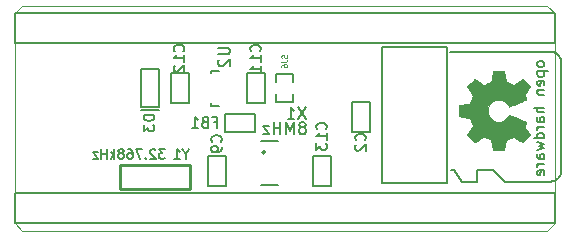
<source format=gbo>
G04 #@! TF.FileFunction,Legend,Bot*
%FSLAX46Y46*%
G04 Gerber Fmt 4.6, Leading zero omitted, Abs format (unit mm)*
G04 Created by KiCad (PCBNEW 4.0.0-stable) date 03/01/2016 13:37:16*
%MOMM*%
G01*
G04 APERTURE LIST*
%ADD10C,0.150000*%
%ADD11C,0.101600*%
%ADD12C,0.149860*%
%ADD13C,0.002540*%
%ADD14C,0.127000*%
%ADD15C,0.254000*%
%ADD16C,0.114300*%
%ADD17C,0.200000*%
G04 APERTURE END LIST*
D10*
D11*
X635000Y0D02*
X45085000Y0D01*
X635000Y19050000D02*
X45085000Y19050000D01*
X45720000Y635000D02*
X45085000Y0D01*
X45720000Y18415000D02*
X45720000Y635000D01*
X45085000Y19050000D02*
X45720000Y18415000D01*
X0Y18415000D02*
X635000Y19050000D01*
X0Y635000D02*
X0Y18415000D01*
X635000Y0D02*
X0Y635000D01*
D12*
X44856763Y14170661D02*
X44813946Y14256295D01*
X44771129Y14299112D01*
X44685494Y14341929D01*
X44428591Y14341929D01*
X44342957Y14299112D01*
X44300140Y14256295D01*
X44257323Y14170661D01*
X44257323Y14042209D01*
X44300140Y13956575D01*
X44342957Y13913758D01*
X44428591Y13870941D01*
X44685494Y13870941D01*
X44771129Y13913758D01*
X44813946Y13956575D01*
X44856763Y14042209D01*
X44856763Y14170661D01*
X44257323Y13485586D02*
X45156483Y13485586D01*
X44300140Y13485586D02*
X44257323Y13399952D01*
X44257323Y13228683D01*
X44300140Y13143049D01*
X44342957Y13100232D01*
X44428591Y13057415D01*
X44685494Y13057415D01*
X44771129Y13100232D01*
X44813946Y13143049D01*
X44856763Y13228683D01*
X44856763Y13399952D01*
X44813946Y13485586D01*
X44813946Y12329523D02*
X44856763Y12415157D01*
X44856763Y12586426D01*
X44813946Y12672060D01*
X44728311Y12714877D01*
X44385774Y12714877D01*
X44300140Y12672060D01*
X44257323Y12586426D01*
X44257323Y12415157D01*
X44300140Y12329523D01*
X44385774Y12286706D01*
X44471409Y12286706D01*
X44557043Y12714877D01*
X44257323Y11901351D02*
X44856763Y11901351D01*
X44342957Y11901351D02*
X44300140Y11858534D01*
X44257323Y11772900D01*
X44257323Y11644448D01*
X44300140Y11558814D01*
X44385774Y11515997D01*
X44856763Y11515997D01*
X44856763Y10402751D02*
X43957603Y10402751D01*
X44856763Y10017397D02*
X44385774Y10017397D01*
X44300140Y10060214D01*
X44257323Y10145848D01*
X44257323Y10274300D01*
X44300140Y10359934D01*
X44342957Y10402751D01*
X44856763Y9203871D02*
X44385774Y9203871D01*
X44300140Y9246688D01*
X44257323Y9332322D01*
X44257323Y9503591D01*
X44300140Y9589225D01*
X44813946Y9203871D02*
X44856763Y9289505D01*
X44856763Y9503591D01*
X44813946Y9589225D01*
X44728311Y9632042D01*
X44642677Y9632042D01*
X44557043Y9589225D01*
X44514226Y9503591D01*
X44514226Y9289505D01*
X44471409Y9203871D01*
X44856763Y8775699D02*
X44257323Y8775699D01*
X44428591Y8775699D02*
X44342957Y8732882D01*
X44300140Y8690065D01*
X44257323Y8604431D01*
X44257323Y8518796D01*
X44856763Y7833722D02*
X43957603Y7833722D01*
X44813946Y7833722D02*
X44856763Y7919356D01*
X44856763Y8090625D01*
X44813946Y8176259D01*
X44771129Y8219076D01*
X44685494Y8261893D01*
X44428591Y8261893D01*
X44342957Y8219076D01*
X44300140Y8176259D01*
X44257323Y8090625D01*
X44257323Y7919356D01*
X44300140Y7833722D01*
X44257323Y7491185D02*
X44856763Y7319916D01*
X44428591Y7148647D01*
X44856763Y6977379D01*
X44257323Y6806110D01*
X44856763Y6078219D02*
X44385774Y6078219D01*
X44300140Y6121036D01*
X44257323Y6206670D01*
X44257323Y6377939D01*
X44300140Y6463573D01*
X44813946Y6078219D02*
X44856763Y6163853D01*
X44856763Y6377939D01*
X44813946Y6463573D01*
X44728311Y6506390D01*
X44642677Y6506390D01*
X44557043Y6463573D01*
X44514226Y6377939D01*
X44514226Y6163853D01*
X44471409Y6078219D01*
X44856763Y5650047D02*
X44257323Y5650047D01*
X44428591Y5650047D02*
X44342957Y5607230D01*
X44300140Y5564413D01*
X44257323Y5478779D01*
X44257323Y5393144D01*
X44813946Y4750887D02*
X44856763Y4836521D01*
X44856763Y5007790D01*
X44813946Y5093424D01*
X44728311Y5136241D01*
X44385774Y5136241D01*
X44300140Y5093424D01*
X44257323Y5007790D01*
X44257323Y4836521D01*
X44300140Y4750887D01*
X44385774Y4708070D01*
X44471409Y4708070D01*
X44557043Y5136241D01*
X28575000Y10922000D02*
X28575000Y8382000D01*
X28575000Y8382000D02*
X30099000Y8382000D01*
X30099000Y8382000D02*
X30099000Y10922000D01*
X30099000Y10922000D02*
X28575000Y10922000D01*
X16383000Y6350000D02*
X16383000Y3810000D01*
X16383000Y3810000D02*
X17907000Y3810000D01*
X17907000Y3810000D02*
X17907000Y6350000D01*
X17907000Y6350000D02*
X16383000Y6350000D01*
X21209000Y10795000D02*
X21209000Y13335000D01*
X21209000Y13335000D02*
X19685000Y13335000D01*
X19685000Y13335000D02*
X19685000Y10795000D01*
X19685000Y10795000D02*
X21209000Y10795000D01*
X14732000Y10795000D02*
X14732000Y13335000D01*
X14732000Y13335000D02*
X13208000Y13335000D01*
X13208000Y13335000D02*
X13208000Y10795000D01*
X13208000Y10795000D02*
X14732000Y10795000D01*
X26797000Y3810000D02*
X26797000Y6350000D01*
X26797000Y6350000D02*
X25273000Y6350000D01*
X25273000Y6350000D02*
X25273000Y3810000D01*
X25273000Y3810000D02*
X26797000Y3810000D01*
X12192000Y10223500D02*
X10668000Y10223500D01*
X12192000Y10477500D02*
X12192000Y13652500D01*
X12192000Y13652500D02*
X10668000Y13652500D01*
X10668000Y13652500D02*
X10668000Y10477500D01*
X10668000Y10477500D02*
X12192000Y10477500D01*
X20320000Y9906000D02*
X17780000Y9906000D01*
X17780000Y9906000D02*
X17780000Y8382000D01*
X17780000Y8382000D02*
X20320000Y8382000D01*
X20320000Y8382000D02*
X20320000Y9906000D01*
D13*
G36*
X43639740Y12184380D02*
X43619420Y12148820D01*
X43571160Y12070080D01*
X43497500Y11958320D01*
X43411140Y11826240D01*
X43319700Y11694160D01*
X43248580Y11584940D01*
X43197780Y11508740D01*
X43180000Y11478260D01*
X43187620Y11460480D01*
X43218100Y11396980D01*
X43263820Y11308080D01*
X43291760Y11254740D01*
X43327320Y11170920D01*
X43334940Y11127740D01*
X43324780Y11122660D01*
X43261280Y11092180D01*
X43152060Y11043920D01*
X43007280Y10980420D01*
X42837100Y10906760D01*
X42654220Y10830560D01*
X42468800Y10751820D01*
X42291000Y10678160D01*
X42130980Y10614660D01*
X41998900Y10561320D01*
X41910000Y10525760D01*
X41871900Y10513060D01*
X41861740Y10518140D01*
X41821100Y10558780D01*
X41767760Y10632440D01*
X41638220Y10789920D01*
X41445180Y10947400D01*
X41224200Y11041380D01*
X40977820Y11074400D01*
X40749220Y11046460D01*
X40530780Y10957560D01*
X40335200Y10805160D01*
X40187880Y10619740D01*
X40096440Y10403840D01*
X40065960Y10160000D01*
X40091360Y9928860D01*
X40180260Y9705340D01*
X40330120Y9507220D01*
X40426640Y9423400D01*
X40624760Y9309100D01*
X40838120Y9245600D01*
X40894000Y9237980D01*
X41127680Y9248140D01*
X41351200Y9316720D01*
X41551860Y9441180D01*
X41716960Y9611360D01*
X41732200Y9634220D01*
X41793160Y9712960D01*
X41833800Y9766300D01*
X41866820Y9809480D01*
X42585640Y9509760D01*
X42699940Y9461500D01*
X42898060Y9380220D01*
X43065700Y9309100D01*
X43200320Y9250680D01*
X43291760Y9210040D01*
X43327320Y9192260D01*
X43329860Y9192260D01*
X43334940Y9164320D01*
X43314620Y9110980D01*
X43266360Y9009380D01*
X43230800Y8943340D01*
X43195240Y8867140D01*
X43180000Y8831580D01*
X43197780Y8803640D01*
X43243500Y8729980D01*
X43314620Y8623300D01*
X43403520Y8493760D01*
X43487340Y8371840D01*
X43561000Y8260080D01*
X43614340Y8178800D01*
X43634660Y8138160D01*
X43634660Y8133080D01*
X43614340Y8097520D01*
X43561000Y8031480D01*
X43469560Y7934960D01*
X43332400Y7795260D01*
X43309540Y7774940D01*
X43195240Y7660640D01*
X43098720Y7569200D01*
X43027600Y7505700D01*
X42997120Y7482840D01*
X42997120Y7482840D01*
X42959020Y7503160D01*
X42875200Y7556500D01*
X42760900Y7630160D01*
X42628820Y7721600D01*
X42283380Y7960360D01*
X41955720Y7828280D01*
X41856660Y7787640D01*
X41734740Y7736840D01*
X41648380Y7698740D01*
X41610280Y7680960D01*
X41597580Y7645400D01*
X41577260Y7556500D01*
X41549320Y7426960D01*
X41521380Y7272020D01*
X41493440Y7124700D01*
X41468040Y6992620D01*
X41450260Y6896100D01*
X41442640Y6852920D01*
X41435020Y6842760D01*
X41414700Y6832600D01*
X41368980Y6827520D01*
X41287700Y6824980D01*
X41160700Y6822440D01*
X40977820Y6822440D01*
X40957500Y6822440D01*
X40782240Y6824980D01*
X40642540Y6827520D01*
X40551100Y6832600D01*
X40515540Y6837680D01*
X40515540Y6837680D01*
X40505380Y6880860D01*
X40485060Y6974840D01*
X40459660Y7106920D01*
X40429180Y7264400D01*
X40426640Y7274560D01*
X40396160Y7432040D01*
X40368220Y7566660D01*
X40347900Y7658100D01*
X40335200Y7696200D01*
X40325040Y7706360D01*
X40261540Y7736840D01*
X40165020Y7782560D01*
X40045640Y7835900D01*
X39921180Y7886700D01*
X39809420Y7929880D01*
X39725600Y7960360D01*
X39687500Y7970520D01*
X39687500Y7970520D01*
X39649400Y7945120D01*
X39568120Y7891780D01*
X39453820Y7815580D01*
X39319200Y7721600D01*
X39309040Y7716520D01*
X39176960Y7625080D01*
X39062660Y7551420D01*
X38981380Y7503160D01*
X38945820Y7482840D01*
X38943280Y7485380D01*
X38905180Y7513320D01*
X38828980Y7581900D01*
X38727380Y7678420D01*
X38608000Y7795260D01*
X38572440Y7833360D01*
X38445440Y7962900D01*
X38361620Y8054340D01*
X38318440Y8110220D01*
X38308280Y8135620D01*
X38308280Y8138160D01*
X38333680Y8178800D01*
X38389560Y8262620D01*
X38465760Y8376920D01*
X38557200Y8511540D01*
X38564820Y8521700D01*
X38656260Y8653780D01*
X38729920Y8765540D01*
X38783260Y8844280D01*
X38803580Y8879840D01*
X38803580Y8884920D01*
X38788340Y8940800D01*
X38755320Y9034780D01*
X38709600Y9151620D01*
X38658800Y9276080D01*
X38613080Y9387840D01*
X38574980Y9471660D01*
X38552120Y9509760D01*
X38549580Y9512300D01*
X38501320Y9525000D01*
X38402260Y9547860D01*
X38265100Y9578340D01*
X38100000Y9608820D01*
X38074600Y9613900D01*
X37914580Y9644380D01*
X37785040Y9669780D01*
X37693600Y9687560D01*
X37655500Y9697720D01*
X37650420Y9720580D01*
X37645340Y9796780D01*
X37642800Y9916160D01*
X37640260Y10058400D01*
X37640260Y10210800D01*
X37645340Y10358120D01*
X37647880Y10482580D01*
X37655500Y10574020D01*
X37663120Y10612120D01*
X37665660Y10612120D01*
X37713920Y10627360D01*
X37812980Y10647680D01*
X37952680Y10675620D01*
X38115240Y10708640D01*
X38145720Y10713720D01*
X38303200Y10744200D01*
X38432740Y10769600D01*
X38524180Y10789920D01*
X38559740Y10800080D01*
X38567360Y10812780D01*
X38595300Y10878820D01*
X38638480Y10985500D01*
X38691820Y11117580D01*
X38816280Y11422380D01*
X38559740Y11798300D01*
X38536880Y11831320D01*
X38442900Y11965940D01*
X38369240Y12077700D01*
X38320980Y12153900D01*
X38303200Y12186920D01*
X38303200Y12189460D01*
X38336220Y12227560D01*
X38404800Y12301220D01*
X38503860Y12402820D01*
X38623240Y12519660D01*
X38709600Y12608560D01*
X38813740Y12710160D01*
X38884860Y12776200D01*
X38930580Y12811760D01*
X38958520Y12824460D01*
X38976300Y12821920D01*
X39014400Y12796520D01*
X39098220Y12743180D01*
X39209980Y12664440D01*
X39344600Y12573000D01*
X39453820Y12499340D01*
X39580820Y12418060D01*
X39669720Y12364720D01*
X39712900Y12346940D01*
X39733220Y12352020D01*
X39804340Y12377420D01*
X39916100Y12420600D01*
X40048180Y12479020D01*
X40345360Y12608560D01*
X40383460Y12801600D01*
X40403780Y12920980D01*
X40436800Y13086080D01*
X40467280Y13243560D01*
X40515540Y13489940D01*
X41419780Y13497560D01*
X41435020Y13459460D01*
X41445180Y13423900D01*
X41465500Y13332460D01*
X41490900Y13202920D01*
X41518840Y13047980D01*
X41544240Y12918440D01*
X41569640Y12786360D01*
X41587420Y12689840D01*
X41597580Y12649200D01*
X41610280Y12639040D01*
X41673780Y12606020D01*
X41775380Y12557760D01*
X41897300Y12506960D01*
X42024300Y12453620D01*
X42141140Y12407900D01*
X42230040Y12374880D01*
X42278300Y12362180D01*
X42311320Y12379960D01*
X42390060Y12430760D01*
X42499280Y12501880D01*
X42631360Y12593320D01*
X42760900Y12682220D01*
X42875200Y12758420D01*
X42953940Y12809220D01*
X42992040Y12832080D01*
X43017440Y12821920D01*
X43080940Y12768580D01*
X43182540Y12669520D01*
X43327320Y12522200D01*
X43350180Y12499340D01*
X43464480Y12382500D01*
X43555920Y12283440D01*
X43616880Y12214860D01*
X43639740Y12184380D01*
X43639740Y12184380D01*
G37*
X43639740Y12184380D02*
X43619420Y12148820D01*
X43571160Y12070080D01*
X43497500Y11958320D01*
X43411140Y11826240D01*
X43319700Y11694160D01*
X43248580Y11584940D01*
X43197780Y11508740D01*
X43180000Y11478260D01*
X43187620Y11460480D01*
X43218100Y11396980D01*
X43263820Y11308080D01*
X43291760Y11254740D01*
X43327320Y11170920D01*
X43334940Y11127740D01*
X43324780Y11122660D01*
X43261280Y11092180D01*
X43152060Y11043920D01*
X43007280Y10980420D01*
X42837100Y10906760D01*
X42654220Y10830560D01*
X42468800Y10751820D01*
X42291000Y10678160D01*
X42130980Y10614660D01*
X41998900Y10561320D01*
X41910000Y10525760D01*
X41871900Y10513060D01*
X41861740Y10518140D01*
X41821100Y10558780D01*
X41767760Y10632440D01*
X41638220Y10789920D01*
X41445180Y10947400D01*
X41224200Y11041380D01*
X40977820Y11074400D01*
X40749220Y11046460D01*
X40530780Y10957560D01*
X40335200Y10805160D01*
X40187880Y10619740D01*
X40096440Y10403840D01*
X40065960Y10160000D01*
X40091360Y9928860D01*
X40180260Y9705340D01*
X40330120Y9507220D01*
X40426640Y9423400D01*
X40624760Y9309100D01*
X40838120Y9245600D01*
X40894000Y9237980D01*
X41127680Y9248140D01*
X41351200Y9316720D01*
X41551860Y9441180D01*
X41716960Y9611360D01*
X41732200Y9634220D01*
X41793160Y9712960D01*
X41833800Y9766300D01*
X41866820Y9809480D01*
X42585640Y9509760D01*
X42699940Y9461500D01*
X42898060Y9380220D01*
X43065700Y9309100D01*
X43200320Y9250680D01*
X43291760Y9210040D01*
X43327320Y9192260D01*
X43329860Y9192260D01*
X43334940Y9164320D01*
X43314620Y9110980D01*
X43266360Y9009380D01*
X43230800Y8943340D01*
X43195240Y8867140D01*
X43180000Y8831580D01*
X43197780Y8803640D01*
X43243500Y8729980D01*
X43314620Y8623300D01*
X43403520Y8493760D01*
X43487340Y8371840D01*
X43561000Y8260080D01*
X43614340Y8178800D01*
X43634660Y8138160D01*
X43634660Y8133080D01*
X43614340Y8097520D01*
X43561000Y8031480D01*
X43469560Y7934960D01*
X43332400Y7795260D01*
X43309540Y7774940D01*
X43195240Y7660640D01*
X43098720Y7569200D01*
X43027600Y7505700D01*
X42997120Y7482840D01*
X42997120Y7482840D01*
X42959020Y7503160D01*
X42875200Y7556500D01*
X42760900Y7630160D01*
X42628820Y7721600D01*
X42283380Y7960360D01*
X41955720Y7828280D01*
X41856660Y7787640D01*
X41734740Y7736840D01*
X41648380Y7698740D01*
X41610280Y7680960D01*
X41597580Y7645400D01*
X41577260Y7556500D01*
X41549320Y7426960D01*
X41521380Y7272020D01*
X41493440Y7124700D01*
X41468040Y6992620D01*
X41450260Y6896100D01*
X41442640Y6852920D01*
X41435020Y6842760D01*
X41414700Y6832600D01*
X41368980Y6827520D01*
X41287700Y6824980D01*
X41160700Y6822440D01*
X40977820Y6822440D01*
X40957500Y6822440D01*
X40782240Y6824980D01*
X40642540Y6827520D01*
X40551100Y6832600D01*
X40515540Y6837680D01*
X40515540Y6837680D01*
X40505380Y6880860D01*
X40485060Y6974840D01*
X40459660Y7106920D01*
X40429180Y7264400D01*
X40426640Y7274560D01*
X40396160Y7432040D01*
X40368220Y7566660D01*
X40347900Y7658100D01*
X40335200Y7696200D01*
X40325040Y7706360D01*
X40261540Y7736840D01*
X40165020Y7782560D01*
X40045640Y7835900D01*
X39921180Y7886700D01*
X39809420Y7929880D01*
X39725600Y7960360D01*
X39687500Y7970520D01*
X39687500Y7970520D01*
X39649400Y7945120D01*
X39568120Y7891780D01*
X39453820Y7815580D01*
X39319200Y7721600D01*
X39309040Y7716520D01*
X39176960Y7625080D01*
X39062660Y7551420D01*
X38981380Y7503160D01*
X38945820Y7482840D01*
X38943280Y7485380D01*
X38905180Y7513320D01*
X38828980Y7581900D01*
X38727380Y7678420D01*
X38608000Y7795260D01*
X38572440Y7833360D01*
X38445440Y7962900D01*
X38361620Y8054340D01*
X38318440Y8110220D01*
X38308280Y8135620D01*
X38308280Y8138160D01*
X38333680Y8178800D01*
X38389560Y8262620D01*
X38465760Y8376920D01*
X38557200Y8511540D01*
X38564820Y8521700D01*
X38656260Y8653780D01*
X38729920Y8765540D01*
X38783260Y8844280D01*
X38803580Y8879840D01*
X38803580Y8884920D01*
X38788340Y8940800D01*
X38755320Y9034780D01*
X38709600Y9151620D01*
X38658800Y9276080D01*
X38613080Y9387840D01*
X38574980Y9471660D01*
X38552120Y9509760D01*
X38549580Y9512300D01*
X38501320Y9525000D01*
X38402260Y9547860D01*
X38265100Y9578340D01*
X38100000Y9608820D01*
X38074600Y9613900D01*
X37914580Y9644380D01*
X37785040Y9669780D01*
X37693600Y9687560D01*
X37655500Y9697720D01*
X37650420Y9720580D01*
X37645340Y9796780D01*
X37642800Y9916160D01*
X37640260Y10058400D01*
X37640260Y10210800D01*
X37645340Y10358120D01*
X37647880Y10482580D01*
X37655500Y10574020D01*
X37663120Y10612120D01*
X37665660Y10612120D01*
X37713920Y10627360D01*
X37812980Y10647680D01*
X37952680Y10675620D01*
X38115240Y10708640D01*
X38145720Y10713720D01*
X38303200Y10744200D01*
X38432740Y10769600D01*
X38524180Y10789920D01*
X38559740Y10800080D01*
X38567360Y10812780D01*
X38595300Y10878820D01*
X38638480Y10985500D01*
X38691820Y11117580D01*
X38816280Y11422380D01*
X38559740Y11798300D01*
X38536880Y11831320D01*
X38442900Y11965940D01*
X38369240Y12077700D01*
X38320980Y12153900D01*
X38303200Y12186920D01*
X38303200Y12189460D01*
X38336220Y12227560D01*
X38404800Y12301220D01*
X38503860Y12402820D01*
X38623240Y12519660D01*
X38709600Y12608560D01*
X38813740Y12710160D01*
X38884860Y12776200D01*
X38930580Y12811760D01*
X38958520Y12824460D01*
X38976300Y12821920D01*
X39014400Y12796520D01*
X39098220Y12743180D01*
X39209980Y12664440D01*
X39344600Y12573000D01*
X39453820Y12499340D01*
X39580820Y12418060D01*
X39669720Y12364720D01*
X39712900Y12346940D01*
X39733220Y12352020D01*
X39804340Y12377420D01*
X39916100Y12420600D01*
X40048180Y12479020D01*
X40345360Y12608560D01*
X40383460Y12801600D01*
X40403780Y12920980D01*
X40436800Y13086080D01*
X40467280Y13243560D01*
X40515540Y13489940D01*
X41419780Y13497560D01*
X41435020Y13459460D01*
X41445180Y13423900D01*
X41465500Y13332460D01*
X41490900Y13202920D01*
X41518840Y13047980D01*
X41544240Y12918440D01*
X41569640Y12786360D01*
X41587420Y12689840D01*
X41597580Y12649200D01*
X41610280Y12639040D01*
X41673780Y12606020D01*
X41775380Y12557760D01*
X41897300Y12506960D01*
X42024300Y12453620D01*
X42141140Y12407900D01*
X42230040Y12374880D01*
X42278300Y12362180D01*
X42311320Y12379960D01*
X42390060Y12430760D01*
X42499280Y12501880D01*
X42631360Y12593320D01*
X42760900Y12682220D01*
X42875200Y12758420D01*
X42953940Y12809220D01*
X42992040Y12832080D01*
X43017440Y12821920D01*
X43080940Y12768580D01*
X43182540Y12669520D01*
X43327320Y12522200D01*
X43350180Y12499340D01*
X43464480Y12382500D01*
X43555920Y12283440D01*
X43616880Y12214860D01*
X43639740Y12184380D01*
D10*
X39185000Y4160000D02*
X37885000Y4160000D01*
X37885000Y4160000D02*
X37185000Y5160000D01*
X37185000Y5160000D02*
X36985000Y5160000D01*
X41485000Y4160000D02*
X45385000Y4160000D01*
X39185000Y5160000D02*
X40485000Y5160000D01*
X40485000Y5160000D02*
X41485000Y4160000D01*
X39185000Y4160000D02*
X39185000Y5160000D01*
X37385000Y15160000D02*
X36885000Y15160000D01*
X46285000Y14260000D02*
X46285000Y5060000D01*
X46285000Y5060000D02*
G75*
G02X45385000Y4160000I-900000J0D01*
G01*
X45385000Y15160000D02*
G75*
G02X46285000Y14260000I0J-900000D01*
G01*
X37385000Y15160000D02*
X45385000Y15160000D01*
X31085000Y15560000D02*
X31085000Y4060000D01*
X31085000Y4060000D02*
X36085000Y4060000D01*
X36085000Y4060000D02*
X36585000Y4060000D01*
X36585000Y4060000D02*
X36585000Y15560000D01*
X36585000Y15560000D02*
X31085000Y15560000D01*
X45720000Y15875000D02*
X0Y15875000D01*
X0Y15875000D02*
X0Y18415000D01*
X0Y18415000D02*
X45720000Y18415000D01*
X45720000Y18415000D02*
X45720000Y15875000D01*
X45720000Y635000D02*
X0Y635000D01*
X0Y635000D02*
X0Y3175000D01*
X0Y3175000D02*
X45720000Y3175000D01*
X45720000Y3175000D02*
X45720000Y635000D01*
D14*
X23558500Y11564620D02*
X23558500Y10858500D01*
X23558500Y10858500D02*
X22161500Y10858500D01*
X22161500Y10858500D02*
X22161500Y11564620D01*
X23558500Y13271500D02*
X23558500Y12565380D01*
X23558500Y13271500D02*
X22161500Y13271500D01*
X22161500Y13271500D02*
X22161500Y12565380D01*
D10*
X16621760Y10765840D02*
X16621760Y10814100D01*
X17322800Y13564820D02*
X16621760Y13564820D01*
X16621760Y13564820D02*
X16621760Y13315900D01*
X16621760Y10765840D02*
X16621760Y10565180D01*
X16621760Y10565180D02*
X17322800Y10565180D01*
D15*
X14892000Y3572000D02*
X8892000Y3572000D01*
X14892000Y3572000D02*
X14892000Y5572000D01*
X14892000Y5572000D02*
X8892000Y5572000D01*
X8892000Y3572000D02*
X8892000Y5572000D01*
D10*
X21231519Y6664960D02*
G75*
G03X21231519Y6664960I-141899J0D01*
G01*
X22291040Y7564120D02*
X20888960Y7564120D01*
X20888960Y3865880D02*
X22291040Y3865880D01*
D12*
X29658129Y7642860D02*
X29700946Y7685677D01*
X29743763Y7814128D01*
X29743763Y7899762D01*
X29700946Y8028214D01*
X29615311Y8113848D01*
X29529677Y8156665D01*
X29358409Y8199482D01*
X29229957Y8199482D01*
X29058689Y8156665D01*
X28973054Y8113848D01*
X28887420Y8028214D01*
X28844603Y7899762D01*
X28844603Y7814128D01*
X28887420Y7685677D01*
X28930237Y7642860D01*
X28930237Y7300322D02*
X28887420Y7257505D01*
X28844603Y7171871D01*
X28844603Y6957785D01*
X28887420Y6872151D01*
X28930237Y6829334D01*
X29015871Y6786517D01*
X29101506Y6786517D01*
X29229957Y6829334D01*
X29743763Y7343140D01*
X29743763Y6786517D01*
X17466129Y7515860D02*
X17508946Y7558677D01*
X17551763Y7687128D01*
X17551763Y7772762D01*
X17508946Y7901214D01*
X17423311Y7986848D01*
X17337677Y8029665D01*
X17166409Y8072482D01*
X17037957Y8072482D01*
X16866689Y8029665D01*
X16781054Y7986848D01*
X16695420Y7901214D01*
X16652603Y7772762D01*
X16652603Y7687128D01*
X16695420Y7558677D01*
X16738237Y7515860D01*
X17551763Y7087688D02*
X17551763Y6916420D01*
X17508946Y6830785D01*
X17466129Y6787968D01*
X17337677Y6702334D01*
X17166409Y6659517D01*
X16823871Y6659517D01*
X16738237Y6702334D01*
X16695420Y6745151D01*
X16652603Y6830785D01*
X16652603Y7002054D01*
X16695420Y7087688D01*
X16738237Y7130505D01*
X16823871Y7173322D01*
X17037957Y7173322D01*
X17123591Y7130505D01*
X17166409Y7087688D01*
X17209226Y7002054D01*
X17209226Y6830785D01*
X17166409Y6745151D01*
X17123591Y6702334D01*
X17037957Y6659517D01*
X20768129Y15183032D02*
X20810946Y15225849D01*
X20853763Y15354300D01*
X20853763Y15439934D01*
X20810946Y15568386D01*
X20725311Y15654020D01*
X20639677Y15696837D01*
X20468409Y15739654D01*
X20339957Y15739654D01*
X20168689Y15696837D01*
X20083054Y15654020D01*
X19997420Y15568386D01*
X19954603Y15439934D01*
X19954603Y15354300D01*
X19997420Y15225849D01*
X20040237Y15183032D01*
X20853763Y14326689D02*
X20853763Y14840494D01*
X20853763Y14583592D02*
X19954603Y14583592D01*
X20083054Y14669226D01*
X20168689Y14754860D01*
X20211506Y14840494D01*
X20853763Y13470346D02*
X20853763Y13984151D01*
X20853763Y13727249D02*
X19954603Y13727249D01*
X20083054Y13812883D01*
X20168689Y13898517D01*
X20211506Y13984151D01*
X14291129Y15183032D02*
X14333946Y15225849D01*
X14376763Y15354300D01*
X14376763Y15439934D01*
X14333946Y15568386D01*
X14248311Y15654020D01*
X14162677Y15696837D01*
X13991409Y15739654D01*
X13862957Y15739654D01*
X13691689Y15696837D01*
X13606054Y15654020D01*
X13520420Y15568386D01*
X13477603Y15439934D01*
X13477603Y15354300D01*
X13520420Y15225849D01*
X13563237Y15183032D01*
X14376763Y14326689D02*
X14376763Y14840494D01*
X14376763Y14583592D02*
X13477603Y14583592D01*
X13606054Y14669226D01*
X13691689Y14754860D01*
X13734506Y14840494D01*
X13563237Y13984151D02*
X13520420Y13941334D01*
X13477603Y13855700D01*
X13477603Y13641614D01*
X13520420Y13555980D01*
X13563237Y13513163D01*
X13648871Y13470346D01*
X13734506Y13470346D01*
X13862957Y13513163D01*
X14376763Y14026969D01*
X14376763Y13470346D01*
X26356129Y8579032D02*
X26398946Y8621849D01*
X26441763Y8750300D01*
X26441763Y8835934D01*
X26398946Y8964386D01*
X26313311Y9050020D01*
X26227677Y9092837D01*
X26056409Y9135654D01*
X25927957Y9135654D01*
X25756689Y9092837D01*
X25671054Y9050020D01*
X25585420Y8964386D01*
X25542603Y8835934D01*
X25542603Y8750300D01*
X25585420Y8621849D01*
X25628237Y8579032D01*
X26441763Y7722689D02*
X26441763Y8236494D01*
X26441763Y7979592D02*
X25542603Y7979592D01*
X25671054Y8065226D01*
X25756689Y8150860D01*
X25799506Y8236494D01*
X25542603Y7422969D02*
X25542603Y6866346D01*
X25885140Y7166066D01*
X25885140Y7037614D01*
X25927957Y6951980D01*
X25970774Y6909163D01*
X26056409Y6866346D01*
X26270494Y6866346D01*
X26356129Y6909163D01*
X26398946Y6951980D01*
X26441763Y7037614D01*
X26441763Y7294517D01*
X26398946Y7380151D01*
X26356129Y7422969D01*
X11836763Y9807665D02*
X10937603Y9807665D01*
X10937603Y9593580D01*
X10980420Y9465128D01*
X11066054Y9379494D01*
X11151689Y9336677D01*
X11322957Y9293860D01*
X11451409Y9293860D01*
X11622677Y9336677D01*
X11708311Y9379494D01*
X11793946Y9465128D01*
X11836763Y9593580D01*
X11836763Y9807665D01*
X10937603Y8994140D02*
X10937603Y8437517D01*
X11280140Y8737237D01*
X11280140Y8608785D01*
X11322957Y8523151D01*
X11365774Y8480334D01*
X11451409Y8437517D01*
X11665494Y8437517D01*
X11751129Y8480334D01*
X11793946Y8523151D01*
X11836763Y8608785D01*
X11836763Y8865688D01*
X11793946Y8951322D01*
X11751129Y8994140D01*
X16878300Y9208226D02*
X17178020Y9208226D01*
X17178020Y8737237D02*
X17178020Y9636397D01*
X16749849Y9636397D01*
X16107591Y9208226D02*
X15979140Y9165409D01*
X15936323Y9122591D01*
X15893506Y9036957D01*
X15893506Y8908506D01*
X15936323Y8822871D01*
X15979140Y8780054D01*
X16064774Y8737237D01*
X16407311Y8737237D01*
X16407311Y9636397D01*
X16107591Y9636397D01*
X16021957Y9593580D01*
X15979140Y9550763D01*
X15936323Y9465129D01*
X15936323Y9379494D01*
X15979140Y9293860D01*
X16021957Y9251043D01*
X16107591Y9208226D01*
X16407311Y9208226D01*
X15037163Y8737237D02*
X15550968Y8737237D01*
X15294066Y8737237D02*
X15294066Y9636397D01*
X15379700Y9507946D01*
X15465334Y9422311D01*
X15550968Y9379494D01*
D16*
X23062535Y14873514D02*
X23086362Y14808200D01*
X23086362Y14699343D01*
X23062535Y14655800D01*
X23038707Y14634029D01*
X22991052Y14612257D01*
X22943397Y14612257D01*
X22895741Y14634029D01*
X22871914Y14655800D01*
X22848086Y14699343D01*
X22824259Y14786429D01*
X22800431Y14829971D01*
X22776603Y14851743D01*
X22728948Y14873514D01*
X22681293Y14873514D01*
X22633638Y14851743D01*
X22609810Y14829971D01*
X22585982Y14786429D01*
X22585982Y14677571D01*
X22609810Y14612257D01*
X22585982Y14285685D02*
X22943397Y14285685D01*
X23014880Y14307457D01*
X23062535Y14351000D01*
X23086362Y14416314D01*
X23086362Y14459857D01*
X22585982Y13872028D02*
X22585982Y13959114D01*
X22609810Y14002657D01*
X22633638Y14024428D01*
X22705120Y14067971D01*
X22800431Y14089742D01*
X22991052Y14089742D01*
X23038707Y14067971D01*
X23062535Y14046199D01*
X23086362Y14002657D01*
X23086362Y13915571D01*
X23062535Y13872028D01*
X23038707Y13850257D01*
X22991052Y13828485D01*
X22871914Y13828485D01*
X22824259Y13850257D01*
X22800431Y13872028D01*
X22776603Y13915571D01*
X22776603Y14002657D01*
X22800431Y14046199D01*
X22824259Y14067971D01*
X22871914Y14089742D01*
D10*
X17232381Y15493905D02*
X18041905Y15493905D01*
X18137143Y15446286D01*
X18184762Y15398667D01*
X18232381Y15303429D01*
X18232381Y15112952D01*
X18184762Y15017714D01*
X18137143Y14970095D01*
X18041905Y14922476D01*
X17232381Y14922476D01*
X17327619Y14493905D02*
X17280000Y14446286D01*
X17232381Y14351048D01*
X17232381Y14112952D01*
X17280000Y14017714D01*
X17327619Y13970095D01*
X17422857Y13922476D01*
X17518095Y13922476D01*
X17660952Y13970095D01*
X18232381Y14541524D01*
X18232381Y13922476D01*
D17*
X14477952Y6496048D02*
X14477952Y6115095D01*
X14744619Y6915095D02*
X14477952Y6496048D01*
X14211285Y6915095D01*
X13525571Y6115095D02*
X13982714Y6115095D01*
X13754143Y6115095D02*
X13754143Y6915095D01*
X13830333Y6800810D01*
X13906524Y6724619D01*
X13982714Y6686524D01*
X12699619Y6915095D02*
X12204381Y6915095D01*
X12471048Y6610333D01*
X12356762Y6610333D01*
X12280572Y6572238D01*
X12242476Y6534143D01*
X12204381Y6457952D01*
X12204381Y6267476D01*
X12242476Y6191286D01*
X12280572Y6153190D01*
X12356762Y6115095D01*
X12585334Y6115095D01*
X12661524Y6153190D01*
X12699619Y6191286D01*
X11899619Y6838905D02*
X11861524Y6877000D01*
X11785333Y6915095D01*
X11594857Y6915095D01*
X11518667Y6877000D01*
X11480571Y6838905D01*
X11442476Y6762714D01*
X11442476Y6686524D01*
X11480571Y6572238D01*
X11937714Y6115095D01*
X11442476Y6115095D01*
X11099619Y6191286D02*
X11061524Y6153190D01*
X11099619Y6115095D01*
X11137714Y6153190D01*
X11099619Y6191286D01*
X11099619Y6115095D01*
X10794857Y6915095D02*
X10261524Y6915095D01*
X10604381Y6115095D01*
X9613905Y6915095D02*
X9766286Y6915095D01*
X9842476Y6877000D01*
X9880571Y6838905D01*
X9956762Y6724619D01*
X9994857Y6572238D01*
X9994857Y6267476D01*
X9956762Y6191286D01*
X9918667Y6153190D01*
X9842476Y6115095D01*
X9690095Y6115095D01*
X9613905Y6153190D01*
X9575809Y6191286D01*
X9537714Y6267476D01*
X9537714Y6457952D01*
X9575809Y6534143D01*
X9613905Y6572238D01*
X9690095Y6610333D01*
X9842476Y6610333D01*
X9918667Y6572238D01*
X9956762Y6534143D01*
X9994857Y6457952D01*
X9080571Y6572238D02*
X9156762Y6610333D01*
X9194857Y6648429D01*
X9232952Y6724619D01*
X9232952Y6762714D01*
X9194857Y6838905D01*
X9156762Y6877000D01*
X9080571Y6915095D01*
X8928190Y6915095D01*
X8852000Y6877000D01*
X8813904Y6838905D01*
X8775809Y6762714D01*
X8775809Y6724619D01*
X8813904Y6648429D01*
X8852000Y6610333D01*
X8928190Y6572238D01*
X9080571Y6572238D01*
X9156762Y6534143D01*
X9194857Y6496048D01*
X9232952Y6419857D01*
X9232952Y6267476D01*
X9194857Y6191286D01*
X9156762Y6153190D01*
X9080571Y6115095D01*
X8928190Y6115095D01*
X8852000Y6153190D01*
X8813904Y6191286D01*
X8775809Y6267476D01*
X8775809Y6419857D01*
X8813904Y6496048D01*
X8852000Y6534143D01*
X8928190Y6572238D01*
X8432952Y6115095D02*
X8432952Y6915095D01*
X8356761Y6419857D02*
X8128190Y6115095D01*
X8128190Y6648429D02*
X8432952Y6343667D01*
X7785333Y6115095D02*
X7785333Y6915095D01*
X7785333Y6534143D02*
X7328190Y6534143D01*
X7328190Y6115095D02*
X7328190Y6915095D01*
X7023428Y6648429D02*
X6604381Y6648429D01*
X7023428Y6115095D01*
X6604381Y6115095D01*
D10*
X24685524Y10453619D02*
X24018857Y9453619D01*
X24018857Y10453619D02*
X24685524Y9453619D01*
X23114095Y9453619D02*
X23685524Y9453619D01*
X23399810Y9453619D02*
X23399810Y10453619D01*
X23495048Y10310762D01*
X23590286Y10215524D01*
X23685524Y10167905D01*
X24455238Y8755048D02*
X24550476Y8802667D01*
X24598095Y8850286D01*
X24645714Y8945524D01*
X24645714Y8993143D01*
X24598095Y9088381D01*
X24550476Y9136000D01*
X24455238Y9183619D01*
X24264761Y9183619D01*
X24169523Y9136000D01*
X24121904Y9088381D01*
X24074285Y8993143D01*
X24074285Y8945524D01*
X24121904Y8850286D01*
X24169523Y8802667D01*
X24264761Y8755048D01*
X24455238Y8755048D01*
X24550476Y8707429D01*
X24598095Y8659810D01*
X24645714Y8564571D01*
X24645714Y8374095D01*
X24598095Y8278857D01*
X24550476Y8231238D01*
X24455238Y8183619D01*
X24264761Y8183619D01*
X24169523Y8231238D01*
X24121904Y8278857D01*
X24074285Y8374095D01*
X24074285Y8564571D01*
X24121904Y8659810D01*
X24169523Y8707429D01*
X24264761Y8755048D01*
X23645714Y8183619D02*
X23645714Y9183619D01*
X23312380Y8469333D01*
X22979047Y9183619D01*
X22979047Y8183619D01*
X22502857Y8183619D02*
X22502857Y9183619D01*
X22502857Y8707429D02*
X21931428Y8707429D01*
X21931428Y8183619D02*
X21931428Y9183619D01*
X21550476Y8850286D02*
X21026666Y8850286D01*
X21550476Y8183619D01*
X21026666Y8183619D01*
M02*

</source>
